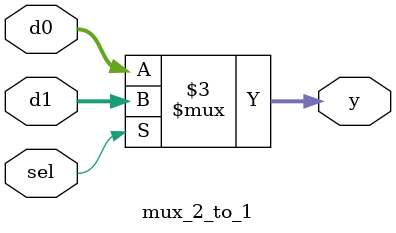
<source format=v>
`timescale 1ns / 1ps


module mux_2_to_1 #(parameter dataIN_width = 4)(
    input [dataIN_width - 1 : 0] d1, d0,
    input sel,
    output reg [dataIN_width - 1 : 0] y
    );

always @ (d1, d0)
begin
    if (sel)
        y <= d1;
    else
        y <= d0; 
end
endmodule

</source>
